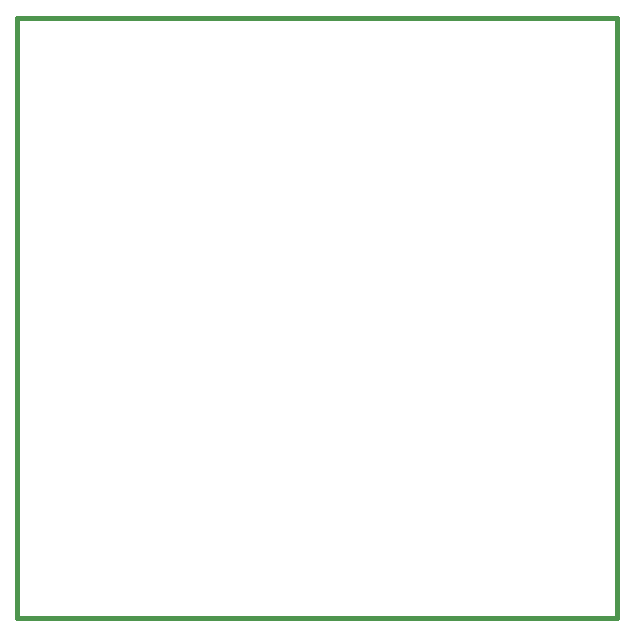
<source format=gbr>
G04 (created by PCBNEW-RS274X (2011-nov-30)-testing) date Mon 11 Jun 2012 06:03:41 PM EDT*
%MOIN*%
G04 Gerber Fmt 3.4, Leading zero omitted, Abs format*
%FSLAX34Y34*%
G01*
G70*
G90*
G04 APERTURE LIST*
%ADD10C,0.006*%
%ADD11C,0.015*%
G04 APERTURE END LIST*
G54D10*
G54D11*
X20000Y20000D02*
X20000Y0D01*
X0Y20000D02*
X20000Y20000D01*
X0Y0D02*
X0Y20000D01*
X0Y0D02*
X20000Y0D01*
M02*

</source>
